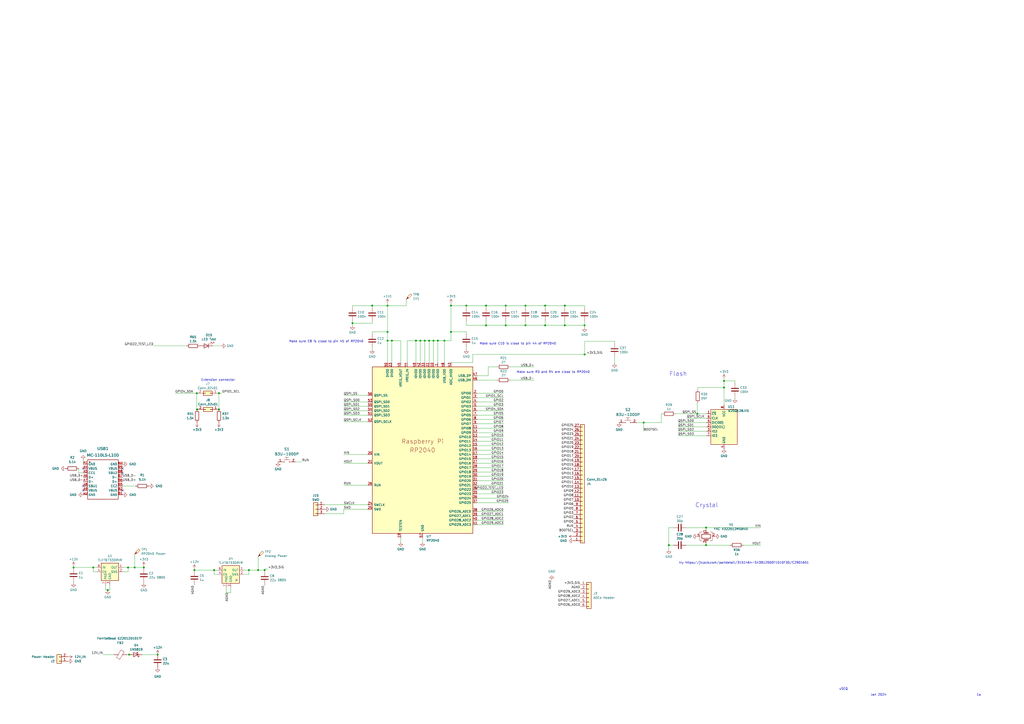
<source format=kicad_sch>
(kicad_sch (version 20231120) (generator "eeschema") (generator_version "8.0")
  (paper "A2")
  (junction (at 339.09 188.722))
  (junction (at 409.575 306.07))
  (junction (at 387.985 316.23))
  (junction (at 419.989 220.98))
  (junction (at 78.105 329.184))
  (junction (at 224.79 197.612))
  (junction (at 254 197.612))
  (junction (at 248.92 197.612))
  (junction (at 144.399 330.708))
  (junction (at 293.37 188.722))
  (junction (at 62.484 342.265))
  (junction (at 227.33 197.612))
  (junction (at 215.9 177.292))
  (junction (at 293.37 177.292))
  (junction (at 281.94 188.722))
  (junction (at 224.79 177.292))
  (junction (at 114.3 237.49))
  (junction (at 304.8 177.292))
  (junction (at 83.439 329.184))
  (junction (at 149.733 330.708))
  (junction (at 114.173 228.092))
  (junction (at 112.776 330.708))
  (junction (at 327.66 188.722))
  (junction (at 409.575 316.23))
  (junction (at 74.295 329.184))
  (junction (at 241.3 197.612))
  (junction (at 316.23 177.292))
  (junction (at 419.989 224.79))
  (junction (at 270.51 177.292))
  (junction (at 261.62 177.292))
  (junction (at 127 237.49))
  (junction (at 54.102 329.184))
  (junction (at 243.84 197.612))
  (junction (at 124.206 330.708))
  (junction (at 404.495 240.03))
  (junction (at 74.93 379.73))
  (junction (at 251.46 197.612))
  (junction (at 281.94 177.292))
  (junction (at 261.62 192.532))
  (junction (at 257.81 197.612))
  (junction (at 316.23 188.722))
  (junction (at 246.38 197.612))
  (junction (at 373.38 245.11))
  (junction (at 153.543 330.708))
  (junction (at 339.09 205.613))
  (junction (at 42.672 329.184))
  (junction (at 224.79 192.532))
  (junction (at 91.44 379.73))
  (junction (at 204.47 187.452))
  (junction (at 304.8 188.722))
  (junction (at 327.66 177.292))
  (junction (at 127 228.092))
  (no_connect (at 71.12 271.78))
  (no_connect (at 48.26 281.94))
  (no_connect (at 137.16 336.55))
  (no_connect (at 48.26 271.78))
  (no_connect (at 71.12 284.48))
  (no_connect (at 71.12 274.32))
  (no_connect (at 48.26 284.48))
  (wire (pts (xy 215.9 178.562) (xy 215.9 177.292)))
  (wire (pts (xy 204.47 178.562) (xy 204.47 177.292)))
  (wire (pts (xy 274.193 210.312) (xy 261.62 210.312)))
  (wire (pts (xy 42.672 329.184) (xy 42.672 329.819)))
  (wire (pts (xy 270.51 177.292) (xy 281.94 177.292)))
  (wire (pts (xy 42.672 337.439) (xy 42.672 338.074)))
  (wire (pts (xy 62.484 342.265) (xy 63.754 342.265)))
  (wire (pts (xy 339.09 188.722) (xy 339.09 189.992)))
  (wire (pts (xy 89.027 200.66) (xy 108.204 200.66)))
  (wire (pts (xy 61.214 339.344) (xy 61.214 342.265)))
  (wire (pts (xy 199.39 238.252) (xy 213.36 238.252)))
  (wire (pts (xy 295.91 220.472) (xy 309.88 220.472)))
  (wire (pts (xy 276.86 258.572) (xy 292.1 258.572)))
  (wire (pts (xy 232.41 210.312) (xy 232.41 197.612)))
  (wire (pts (xy 270.51 193.802) (xy 270.51 192.532)))
  (wire (pts (xy 276.86 243.332) (xy 292.1 243.332)))
  (wire (pts (xy 276.86 253.492) (xy 292.1 253.492)))
  (wire (pts (xy 276.86 230.632) (xy 292.1 230.632)))
  (wire (pts (xy 257.81 210.312) (xy 257.81 197.612)))
  (wire (pts (xy 42.672 329.184) (xy 54.102 329.184)))
  (wire (pts (xy 384.175 240.03) (xy 383.667 240.03)))
  (wire (pts (xy 276.86 276.352) (xy 292.1 276.352)))
  (wire (pts (xy 78.105 321.564) (xy 78.105 329.184)))
  (wire (pts (xy 419.989 224.79) (xy 419.989 234.95)))
  (wire (pts (xy 404.749 224.79) (xy 419.989 224.79)))
  (wire (pts (xy 213.36 281.432) (xy 199.39 281.432)))
  (wire (pts (xy 133.858 343.789) (xy 133.858 340.868)))
  (wire (pts (xy 224.79 176.022) (xy 224.79 177.292)))
  (wire (pts (xy 199.39 297.942) (xy 188.214 297.942)))
  (wire (pts (xy 215.9 177.292) (xy 224.79 177.292)))
  (wire (pts (xy 398.399 242.57) (xy 409.829 242.57)))
  (wire (pts (xy 276.86 304.292) (xy 292.1 304.292)))
  (wire (pts (xy 383.667 240.03) (xy 383.667 245.11)))
  (wire (pts (xy 248.92 197.612) (xy 251.46 197.612)))
  (wire (pts (xy 74.295 329.184) (xy 78.105 329.184)))
  (wire (pts (xy 339.09 205.613) (xy 274.193 205.613)))
  (wire (pts (xy 123.444 200.66) (xy 128.27 200.66)))
  (wire (pts (xy 241.3 210.312) (xy 241.3 197.612)))
  (wire (pts (xy 78.105 329.184) (xy 83.439 329.184)))
  (wire (pts (xy 224.79 197.612) (xy 224.79 210.312)))
  (wire (pts (xy 232.41 197.612) (xy 227.33 197.612)))
  (wire (pts (xy 270.51 186.182) (xy 270.51 188.722)))
  (wire (pts (xy 215.9 193.802) (xy 215.9 192.532)))
  (wire (pts (xy 199.39 233.172) (xy 213.36 233.172)))
  (wire (pts (xy 304.8 178.562) (xy 304.8 177.292)))
  (wire (pts (xy 48.26 274.32) (xy 45.72 274.32)))
  (wire (pts (xy 276.86 271.272) (xy 292.1 271.272)))
  (wire (pts (xy 276.86 238.252) (xy 292.1 238.252)))
  (wire (pts (xy 316.23 178.562) (xy 316.23 177.292)))
  (wire (pts (xy 276.86 245.872) (xy 292.1 245.872)))
  (wire (pts (xy 293.37 188.722) (xy 281.94 188.722)))
  (wire (pts (xy 409.575 316.23) (xy 423.545 316.23)))
  (wire (pts (xy 276.86 263.652) (xy 292.1 263.652)))
  (wire (pts (xy 54.102 331.724) (xy 54.102 329.184)))
  (wire (pts (xy 327.66 186.182) (xy 327.66 188.722)))
  (wire (pts (xy 276.86 250.952) (xy 292.1 250.952)))
  (wire (pts (xy 82.55 379.73) (xy 91.44 379.73)))
  (wire (pts (xy 112.776 330.708) (xy 124.206 330.708)))
  (wire (pts (xy 199.39 235.712) (xy 213.36 235.712)))
  (wire (pts (xy 276.86 261.112) (xy 292.1 261.112)))
  (wire (pts (xy 251.46 210.312) (xy 251.46 197.612)))
  (wire (pts (xy 141.478 330.708) (xy 144.399 330.708)))
  (wire (pts (xy 390.525 306.07) (xy 387.985 306.07)))
  (wire (pts (xy 276.86 286.512) (xy 292.1 286.512)))
  (wire (pts (xy 276.86 291.592) (xy 295.021 291.592)))
  (wire (pts (xy 419.989 219.71) (xy 419.989 220.98)))
  (wire (pts (xy 45.72 274.32) (xy 45.72 271.78)))
  (wire (pts (xy 293.37 178.562) (xy 293.37 177.292)))
  (wire (pts (xy 153.543 330.073) (xy 153.543 330.708)))
  (wire (pts (xy 426.339 222.25) (xy 426.339 220.98)))
  (wire (pts (xy 276.86 281.432) (xy 292.1 281.432)))
  (wire (pts (xy 369.316 245.11) (xy 373.38 245.11)))
  (wire (pts (xy 124.206 333.248) (xy 124.206 330.708)))
  (wire (pts (xy 112.776 330.708) (xy 112.776 331.343)))
  (wire (pts (xy 245.11 311.912) (xy 245.11 314.452)))
  (wire (pts (xy 409.575 314.96) (xy 409.575 316.23)))
  (wire (pts (xy 235.712 177.292) (xy 224.79 177.292)))
  (wire (pts (xy 42.672 328.549) (xy 42.672 329.184)))
  (wire (pts (xy 175.133 267.97) (xy 171.45 267.97)))
  (wire (pts (xy 276.86 278.892) (xy 292.1 278.892)))
  (wire (pts (xy 409.829 252.73) (xy 393.319 252.73)))
  (wire (pts (xy 127 228.092) (xy 126.873 228.092)))
  (wire (pts (xy 243.84 197.612) (xy 246.38 197.612)))
  (wire (pts (xy 261.62 192.532) (xy 261.62 197.612)))
  (wire (pts (xy 339.09 178.562) (xy 339.09 177.292)))
  (wire (pts (xy 254 197.612) (xy 257.81 197.612)))
  (wire (pts (xy 215.9 192.532) (xy 224.79 192.532)))
  (wire (pts (xy 316.23 188.722) (xy 304.8 188.722)))
  (wire (pts (xy 276.86 248.412) (xy 292.1 248.412)))
  (wire (pts (xy 73.66 379.73) (xy 74.93 379.73)))
  (wire (pts (xy 276.86 296.672) (xy 292.1 296.672)))
  (wire (pts (xy 127 228.092) (xy 127 237.49)))
  (wire (pts (xy 327.66 188.722) (xy 316.23 188.722)))
  (wire (pts (xy 409.575 306.07) (xy 441.325 306.07)))
  (wire (pts (xy 246.38 210.312) (xy 246.38 197.612)))
  (wire (pts (xy 144.399 333.248) (xy 144.399 330.708)))
  (wire (pts (xy 251.46 197.612) (xy 254 197.612)))
  (wire (pts (xy 241.3 197.612) (xy 243.84 197.612)))
  (wire (pts (xy 276.86 268.732) (xy 292.1 268.732)))
  (wire (pts (xy 276.86 301.752) (xy 292.1 301.752)))
  (wire (pts (xy 316.23 186.182) (xy 316.23 188.722)))
  (wire (pts (xy 74.295 331.724) (xy 74.295 329.184)))
  (wire (pts (xy 83.439 329.184) (xy 83.439 329.946)))
  (wire (pts (xy 128.778 228.092) (xy 127 228.092)))
  (wire (pts (xy 276.86 220.472) (xy 288.29 220.472)))
  (wire (pts (xy 83.439 337.566) (xy 83.439 338.201)))
  (wire (pts (xy 404.495 240.03) (xy 409.829 240.03)))
  (wire (pts (xy 276.86 289.052) (xy 295.148 289.052)))
  (wire (pts (xy 261.62 177.292) (xy 261.62 192.532)))
  (wire (pts (xy 224.79 192.532) (xy 224.79 197.612)))
  (wire (pts (xy 404.495 233.68) (xy 404.495 240.03)))
  (wire (pts (xy 149.733 322.834) (xy 149.733 330.708)))
  (wire (pts (xy 274.193 205.613) (xy 274.193 210.312)))
  (wire (pts (xy 215.9 187.452) (xy 215.9 186.182)))
  (wire (pts (xy 124.206 330.708) (xy 126.238 330.708)))
  (wire (pts (xy 281.94 188.722) (xy 270.51 188.722)))
  (wire (pts (xy 232.41 311.912) (xy 232.41 314.452)))
  (wire (pts (xy 431.165 316.23) (xy 441.325 316.23)))
  (wire (pts (xy 404.495 233.68) (xy 404.749 233.68)))
  (wire (pts (xy 409.829 245.11) (xy 393.319 245.11)))
  (wire (pts (xy 71.374 329.184) (xy 74.295 329.184)))
  (wire (pts (xy 276.86 299.212) (xy 292.1 299.212)))
  (wire (pts (xy 257.81 197.612) (xy 261.62 197.612)))
  (wire (pts (xy 126.238 333.248) (xy 124.206 333.248)))
  (wire (pts (xy 398.145 306.07) (xy 409.575 306.07)))
  (wire (pts (xy 213.36 244.602) (xy 199.39 244.602)))
  (wire (pts (xy 270.51 201.422) (xy 270.51 202.692)))
  (wire (pts (xy 276.86 256.032) (xy 292.1 256.032)))
  (wire (pts (xy 373.38 245.11) (xy 373.38 250.19)))
  (wire (pts (xy 304.8 186.182) (xy 304.8 188.722)))
  (wire (pts (xy 248.92 210.312) (xy 248.92 197.612)))
  (wire (pts (xy 48.26 266.7) (xy 48.26 269.24)))
  (wire (pts (xy 78.74 281.94) (xy 71.12 281.94)))
  (wire (pts (xy 276.86 273.812) (xy 292.1 273.812)))
  (wire (pts (xy 404.749 226.06) (xy 404.749 224.79)))
  (wire (pts (xy 398.145 316.23) (xy 409.575 316.23)))
  (wire (pts (xy 339.09 205.613) (xy 339.09 197.993)))
  (wire (pts (xy 199.39 263.652) (xy 213.36 263.652)))
  (wire (pts (xy 283.21 212.852) (xy 288.29 212.852)))
  (wire (pts (xy 83.439 328.549) (xy 83.439 329.184)))
  (wire (pts (xy 419.989 220.98) (xy 419.989 224.79)))
  (wire (pts (xy 112.776 338.963) (xy 112.776 339.598)))
  (wire (pts (xy 71.374 331.724) (xy 74.295 331.724)))
  (wire (pts (xy 281.94 178.562) (xy 281.94 177.292)))
  (wire (pts (xy 131.318 343.789) (xy 133.858 343.789)))
  (wire (pts (xy 281.94 186.182) (xy 281.94 188.722)))
  (wire (pts (xy 327.66 178.562) (xy 327.66 177.292)))
  (wire (pts (xy 391.795 240.03) (xy 404.495 240.03)))
  (wire (pts (xy 293.37 177.292) (xy 304.8 177.292)))
  (wire (pts (xy 276.86 283.972) (xy 292.1 283.972)))
  (wire (pts (xy 304.8 177.292) (xy 316.23 177.292)))
  (wire (pts (xy 131.318 340.868) (xy 131.318 343.789)))
  (wire (pts (xy 141.478 333.248) (xy 144.399 333.248)))
  (wire (pts (xy 199.39 295.402) (xy 199.39 297.942)))
  (wire (pts (xy 387.985 306.07) (xy 387.985 316.23)))
  (wire (pts (xy 340.233 205.613) (xy 339.09 205.613)))
  (wire (pts (xy 243.84 210.312) (xy 243.84 197.612)))
  (wire (pts (xy 153.543 339.09) (xy 153.543 339.725)))
  (wire (pts (xy 153.543 330.073) (xy 155.448 330.073)))
  (wire (pts (xy 112.776 330.073) (xy 112.776 330.708)))
  (wire (pts (xy 276.86 235.712) (xy 292.1 235.712)))
  (wire (pts (xy 373.38 245.11) (xy 383.667 245.11)))
  (wire (pts (xy 276.86 228.092) (xy 292.1 228.092)))
  (wire (pts (xy 63.754 342.265) (xy 63.754 339.344)))
  (wire (pts (xy 235.712 173.609) (xy 235.712 177.292)))
  (wire (pts (xy 261.62 192.532) (xy 270.51 192.532)))
  (wire (pts (xy 236.22 210.312) (xy 236.22 197.612)))
  (wire (pts (xy 144.399 330.708) (xy 149.733 330.708)))
  (wire (pts (xy 224.79 177.292) (xy 224.79 192.532)))
  (wire (pts (xy 339.09 197.993) (xy 356.489 197.993)))
  (wire (pts (xy 283.21 212.852) (xy 283.21 217.932)))
  (wire (pts (xy 409.829 250.19) (xy 393.319 250.19)))
  (wire (pts (xy 356.489 206.883) (xy 356.489 210.693)))
  (wire (pts (xy 316.23 177.292) (xy 327.66 177.292)))
  (wire (pts (xy 61.214 342.265) (xy 62.484 342.265)))
  (wire (pts (xy 339.09 186.182) (xy 339.09 188.722)))
  (wire (pts (xy 204.47 186.182) (xy 204.47 187.452)))
  (wire (pts (xy 426.339 220.98) (xy 419.989 220.98)))
  (wire (pts (xy 204.47 187.452) (xy 204.47 188.722)))
  (wire (pts (xy 293.37 186.182) (xy 293.37 188.722)))
  (wire (pts (xy 215.9 201.422) (xy 215.9 202.692)))
  (wire (pts (xy 227.33 210.312) (xy 227.33 197.612)))
  (wire (pts (xy 276.86 266.192) (xy 292.1 266.192)))
  (wire (pts (xy 114.173 228.092) (xy 114.173 237.49)))
  (wire (pts (xy 327.66 188.722) (xy 339.09 188.722)))
  (wire (pts (xy 204.47 177.292) (xy 215.9 177.292)))
  (wire (pts (xy 153.543 330.708) (xy 153.543 331.47)))
  (wire (pts (xy 188.214 292.862) (xy 213.36 292.862)))
  (wire (pts (xy 204.47 187.452) (xy 215.9 187.452)))
  (wire (pts (xy 213.36 229.362) (xy 199.39 229.362)))
  (wire (pts (xy 409.575 307.34) (xy 409.575 306.07)))
  (wire (pts (xy 59.69 379.73) (xy 66.04 379.73)))
  (wire (pts (xy 76.2 379.73) (xy 74.93 379.73)))
  (wire (pts (xy 426.339 229.87) (xy 426.339 231.14)))
  (wire (pts (xy 356.489 199.263) (xy 356.489 197.993)))
  (wire (pts (xy 213.36 268.732) (xy 199.39 268.732)))
  (wire (pts (xy 149.733 330.708) (xy 153.543 330.708)))
  (wire (pts (xy 227.33 197.612) (xy 224.79 197.612)))
  (wire (pts (xy 56.134 331.724) (xy 54.102 331.724)))
  (wire (pts (xy 261.62 176.022) (xy 261.62 177.292)))
  (wire (pts (xy 213.36 295.402) (xy 199.39 295.402)))
  (wire (pts (xy 387.985 316.23) (xy 387.985 318.77)))
  (wire (pts (xy 246.38 197.612) (xy 248.92 197.612)))
  (wire (pts (xy 409.829 247.65) (xy 393.319 247.65)))
  (wire (pts (xy 276.86 217.932) (xy 283.21 217.932)))
  (wire (pts (xy 236.22 197.612) (xy 241.3 197.612)))
  (wire (pts (xy 261.62 177.292) (xy 270.51 177.292)))
  (wire (pts (xy 254 197.612) (xy 254 210.312)))
  (wire (pts (xy 199.39 240.792) (xy 213.36 240.792)))
  (wire (pts (xy 276.86 240.792) (xy 292.1 240.792)))
  (wire (pts (xy 114.173 237.49) (xy 114.3 237.49)))
  (wire (pts (xy 276.86 233.172) (xy 292.1 233.172)))
  (wire (pts (xy 101.6286 228.092) (xy 114.173 228.092)))
  (wire (pts (xy 281.94 177.292) (xy 293.37 177.292)))
  (wire (pts (xy 390.525 316.23) (xy 387.985 316.23)))
  (wire (pts (xy 327.66 177.292) (xy 339.09 177.292)))
  (wire (pts (xy 54.102 329.184) (xy 56.134 329.184)))
  (wire (pts (xy 295.91 212.852) (xy 309.88 212.852)))
  (wire (pts (xy 304.8 188.722) (xy 293.37 188.722)))
  (wire (pts (xy 270.51 178.562) (xy 270.51 177.292)))
  (text "Crystal" (at 403.225 294.64 0) (effects (font (size 2.54 2.54)) (justify left bottom)))
  (text "Extension connector" (at 116.713 221.234 0) (effects (font (size 1.27 1.27)) (justify left bottom)))
  (text "Make sure R3 and R4 are close to RP2040" (at 299.72 216.662 0) (effects (font (size 1.27 1.27)) (justify left bottom)))
  (text "Flash" (at 388.239 218.44 0) (effects (font (size 2.54 2.54)) (justify left bottom)))
  (text "Make sure C10 is close to pin 44 of RP2040" (at 278.13 200.152 0) (effects (font (size 1.27 1.27)) (justify left bottom)))
  (text "Make sure C8 is close to pin 45 of RP2040" (at 167.64 198.882 0) (effects (font (size 1.27 1.27)) (justify left bottom)))
  (text "try https://jlcpcb.com/partdetail/3151464-SX3B12000F1510F30/C2901651" (at 393.954 327.279 0) (effects (font (size 1.27 1.27)) (justify left bottom)))
  (text "Jan 2024" (at 504.952 403.86 0) (effects (font (size 1.27 1.27)) (justify left bottom)))
  (text "uSEQ" (at 486.791 400.431 0) (effects (font (size 1.27 1.27)) (justify left bottom)))
  (text "1a" (at 566.547 403.86 0) (effects (font (size 1.27 1.27)) (justify left bottom)))
  (label "GPIO1_SCL" (at 292.1 230.632 180))
  (label "GPIO27_ADC1" (at 292.1 299.212 180))
  (label "BOOTSEL" (at 332.74 308.61 180))
  (label "QSPI_SCLK" (at 199.39 244.602 0))
  (label "GPIO28_ADC2" (at 292.1 301.752 180))
  (label "GPIO18" (at 332.74 262.89 180))
  (label "GPIO9" (at 292.1 250.952 180))
  (label "AGND" (at 336.55 341.63 180))
  (label "GPIO2" (at 332.74 300.99 180))
  (label "GPIO11" (at 332.74 280.67 180))
  (label "GPIO22_TEST_LED" (at 89.027 200.66 180))
  (label "GPIO11" (at 292.1 256.032 180))
  (label "GPIO12" (at 332.74 278.13 180))
  (label "GPIO21" (at 332.74 255.27 180))
  (label "GPIO21" (at 292.1 281.432 180))
  (label "+3V3_SIG" (at 340.233 205.613 0))
  (label "GPIO23" (at 292.1 286.512 180))
  (label "AGND" (at 153.543 339.725 270))
  (label "GPIO15" (at 292.1 266.192 180))
  (label "BOOTSEL" (at 373.38 250.19 0))
  (label "GPIO14" (at 292.1 263.652 180))
  (label "QSPI_SD3" (at 393.319 252.73 0))
  (label "GPIO10" (at 332.74 283.21 180))
  (label "GPIO8" (at 332.74 288.29 180))
  (label "XIN" (at 199.39 263.652 0))
  (label "12V_IN" (at 59.69 379.73 180))
  (label "QSPI_SD2" (at 199.39 238.252 0))
  (label "GPIO28_ADC2" (at 336.55 346.71 180))
  (label "GPIO5" (at 292.1 240.792 180))
  (label "GPIO25" (at 332.74 247.65 180))
  (label "GPIO26_ADC0" (at 292.1 296.672 180))
  (label "RUN" (at 199.39 281.432 0))
  (label "GPIO1_SCL" (at 128.778 228.092 0))
  (label "QSPI_SD0" (at 199.39 233.172 0))
  (label "GPIO2" (at 292.1 233.172 180))
  (label "GPIO13" (at 292.1 261.112 180))
  (label "GPIO20" (at 292.1 278.892 180))
  (label "GPIO3" (at 292.1 235.712 180))
  (label "GPIO29_ADC3" (at 292.1 304.292 180))
  (label "USB_D-" (at 48.26 279.4 180) (property "Netclass" "diif_usb" (effects (hide yes))))
  (label "GPIO0" (at 332.74 303.53 180))
  (label "GPIO22_TEST_LED" (at 292.1 283.972 180))
  (label "GPIO8" (at 292.1 248.412 180))
  (label "GPIO4_SDA" (at 292.1 238.252 180))
  (label "GPIO5" (at 332.74 295.91 180))
  (label "SWD" (at 199.39 295.402 0))
  (label "USB_D+" (at 48.26 276.86 180) (property "Netclass" "diif_usb" (effects (hide yes))))
  (label "GPIO27_ADC1" (at 336.55 349.25 180))
  (label "QSPI_SCLK" (at 398.399 242.57 0))
  (label "USB_D-" (at 71.12 276.86 0) (property "Netclass" "diif_usb" (effects (hide yes))))
  (label "GPIO17" (at 332.74 265.43 180))
  (label "GPIO26_ADC0" (at 336.55 351.79 180))
  (label "GPIO6" (at 292.1 243.332 180))
  (label "AGND" (at 112.776 339.598 270))
  (label "XIN" (at 441.325 306.07 180))
  (label "AGND" (at 132.6155 343.789 270))
  (label "GPIO18" (at 292.1 273.812 180))
  (label "GPIO24" (at 295.148 289.052 180))
  (label "GPIO16" (at 292.1 268.732 180))
  (label "USB_D+" (at 71.12 279.4 0) (property "Netclass" "diif_usb" (effects (hide yes))))
  (label "RUN" (at 175.133 267.97 0))
  (label "QSPI_SD2" (at 393.319 250.19 0))
  (label "AGND" (at 320.04 336.55 270))
  (label "GPIO15" (at 332.74 270.51 180))
  (label "GPIO12" (at 292.1 258.572 180))
  (label "QSPI_SD0" (at 393.319 245.11 0))
  (label "GPIO16" (at 332.74 267.97 180))
  (label "GPIO14" (at 332.74 273.05 180))
  (label "GPIO23" (at 332.74 252.73 180))
  (label "GPIO19" (at 292.1 276.352 180))
  (label "GPIO10" (at 292.1 253.492 180))
  (label "+3V3_SIG" (at 155.448 330.073 0))
  (label "QSPI_SD1" (at 393.319 247.65 0))
  (label "GPIO7" (at 332.74 290.83 180))
  (label "GPIO7" (at 292.1 245.872 180))
  (label "GPIO0" (at 292.1 228.092 180))
  (label "RUN" (at 332.74 306.07 180))
  (label "GPIO17" (at 292.1 271.272 180))
  (label "QSPI_SD1" (at 199.39 235.712 0))
  (label "+3V3_SIG" (at 336.55 339.09 180))
  (label "GPIO3" (at 332.74 298.45 180))
  (label "USB_D+" (at 309.88 212.852 180))
  (label "GPIO6" (at 332.74 293.37 180))
  (label "QSPI_SS" (at 199.39 229.362 0))
  (label "GPIO29_ADC3" (at 336.55 344.17 180))
  (label "SWCLK" (at 199.39 292.862 0))
  (label "GPIO25" (at 295.021 291.592 180))
  (label "GPIO13" (at 332.74 275.59 180))
  (label "USB_D-" (at 309.88 220.472 180))
  (label "XOUT" (at 199.39 268.732 0))
  (label "XOUT" (at 441.325 316.23 180))
  (label "GPIO4_SDA" (at 101.6286 228.092 0))
  (label "GPIO19" (at 332.74 260.35 180))
  (label "GPIO24" (at 332.74 250.19 180))
  (label "GPIO20" (at 332.74 257.81 180))
  (label "QSPI_SS" (at 395.859 240.03 0))
  (label "QSPI_SD3" (at 199.39 240.792 0))
  (label "GPIO9" (at 332.74 285.75 180))
  (symbol (lib_id "power:GND") (at 188.214 295.402 90) (unit 1)
    (property "Reference" "#PWR0101" (effects (hide yes)))
    (property "Value" "GND" (at 191.389 295.402 90) (effects (justify right)))
  )
  (symbol (lib_id "Connector_Generic:Conn_01x03") (at 183.134 295.402 0) (mirror y) (unit 1)
    (property "Reference" "J15" (at 183.134 287.4477 0))
    (property "Value" "SWD" (at 183.134 289.8719 0))
    (property "Footprint" "Connector_PinHeader_2.54mm:PinHeader_1x03_P2.54mm_Vertical" (effects (hide yes)))
  )
  (symbol (lib_id "Connector:TestPoint_Probe") (at 235.712 173.609 0) (unit 1)
    (property "Reference" "TP8" (at 239.522 170.8094 0) (effects (justify left)))
    (property "Value" "1V1" (at 239.522 173.2336 0) (effects (justify left)))
    (property "Footprint" "TestPoint:TestPoint_Pad_1.5x1.5mm" (effects (hide yes)))
  )
  (symbol (lib_id "power:GND") (at 232.41 314.452 0) (unit 1)
    (property "Reference" "#PWR042" (effects (hide yes)))
    (property "Value" "GND" (at 232.41 318.5851 0))
  )
  (symbol (lib_name "GND_1") (lib_id "power:GND") (at 39.37 383.54 90) (unit 1)
    (property "Reference" "#PWR02" (effects (hide yes)))
    (property "Value" "GND" (at 43.18 383.5401 90) (effects (justify right)))
    (property "Description" "Power symbol creates a global label with name \"GND\" , ground" (effects (hide yes)))
  )
  (symbol (lib_id "power:+3V3") (at 419.989 219.71 0) (unit 1)
    (property "Reference" "#PWR072" (effects (hide yes)))
    (property "Value" "+3V3" (at 419.989 215.5769 0))
  )
  (symbol (lib_id "Connector:TestPoint_Probe") (at 149.733 322.834 0) (unit 1)
    (property "Reference" "TP2" (at 153.543 320.0344 0) (effects (justify left)))
    (property "Value" "Analog Power" (at 153.543 322.4586 0) (effects (justify left)))
    (property "Footprint" "TestPoint:TestPoint_Pad_1.5x1.5mm" (effects (hide yes)))
  )
  (symbol (lib_id "Device:C") (at 270.51 197.612 0) (unit 1)
    (property "Reference" "C15" (at 273.431 196.3999 0) (effects (justify left)))
    (property "Value" "1u" (at 273.431 198.8241 0) (effects (justify left)))
    (property "Footprint" "Capacitor_SMD:C_0402_1005Metric" (effects (hide yes)))
  )
  (symbol (lib_name "GND_3") (lib_id "power:GND") (at 71.12 287.02 90) (unit 1)
    (property "Reference" "#PWR09" (effects (hide yes)))
    (property "Value" "GND" (at 74.93 287.0199 90) (effects (justify right)))
    (property "Description" "Power symbol creates a global label with name \"GND\" , ground" (effects (hide yes)))
  )
  (symbol (lib_id "dk_Tactile-Switches:B3U-1000P") (at 166.37 267.97 0) (unit 1)
    (property "Reference" "S1" (at 166.37 260.5458 0) (effects (font (size 1.524 1.524))))
    (property "Value" "B3U-1000P" (at 166.37 263.3786 0) (effects (font (size 1.524 1.524))))
    (property "Footprint" "digikey-footprints:Switch_Tactile_SMD_B3U-1000P" (effects (hide yes)))
    (property "Datasheet" "https://omronfs.omron.com/en_US/ecb/products/pdf/en-b3u.pdf" (effects (hide yes)))
    (property "Description" "SWITCH TACTILE SPST-NO 0.05A 12V" (effects (hide yes)))
    (property "Digi-Key_PN" "SW1020CT-ND" (effects (hide yes)))
    (property "MPN" "B3U-1000P" (effects (hide yes)))
    (property "Category" "Switches" (effects (hide yes)))
    (property "Family" "Tactile Switches" (effects (hide yes)))
    (property "DK_Datasheet_Link" "https://omronfs.omron.com/en_US/ecb/products/pdf/en-b3u.pdf" (effects (hide yes)))
    (property "DK_Detail_Page" "/product-detail/en/omron-electronics-inc-emc-div/B3U-1000P/SW1020CT-ND/1534357" (effects (hide yes)))
    (property "Manufacturer" "Omron Electronics Inc-EMC Div" (effects (hide yes)))
    (property "Status" "Active" (effects (hide yes)))
  )
  (symbol (lib_name "GND_3") (lib_id "power:GND") (at 48.26 287.02 270) (unit 1)
    (property "Reference" "#PWR010" (effects (hide yes)))
    (property "Value" "GND" (at 44.45 287.0199 90) (effects (justify right)))
    (property "Description" "Power symbol creates a global label with name \"GND\" , ground" (effects (hide yes)))
  )
  (symbol (lib_id "power:+12V") (at 112.776 330.073 0) (unit 1)
    (property "Reference" "#PWR028" (effects (hide yes)))
    (property "Value" "+12V" (at 112.776 325.9399 0))
  )
  (symbol (lib_id "Device:C") (at 204.47 182.372 0) (unit 1)
    (property "Reference" "C10" (at 207.391 181.1599 0) (effects (justify left)))
    (property "Value" "100n" (at 207.391 183.5841 0) (effects (justify left)))
    (property "Footprint" "Capacitor_SMD:C_0402_1005Metric" (effects (hide yes)))
  )
  (symbol (lib_id "power:GND") (at 270.51 202.692 0) (unit 1)
    (property "Reference" "#PWR046" (effects (hide yes)))
    (property "Value" "GND" (at 270.51 206.8251 0))
  )
  (symbol (lib_id "Device:C") (at 394.335 316.23 270) (unit 1)
    (property "Reference" "C28" (at 394.335 309.9267 90))
    (property "Value" "30p" (at 394.335 312.3509 90))
    (property "Footprint" "Capacitor_SMD:C_0402_1005Metric" (effects (hide yes)))
  )
  (symbol (lib_id "Connector_Generic:Conn_01x06") (at 341.63 344.17 0) (unit 1)
    (property "Reference" "J3" (at 344.17 344.1699 0) (effects (justify left)))
    (property "Value" "ADCs Header" (at 344.17 346.7099 0) (effects (justify left)))
    (property "Footprint" "Connector_PinHeader_2.54mm:PinHeader_1x05_P2.54mm_Vertical" (effects (hide yes)))
    (property "Description" "Generic connector, single row, 01x06, script generated (kicad-library-utils/schlib/autogen/connector/)" (effects (hide yes)))
  )
  (symbol (lib_id "Device:R") (at 387.985 240.03 270) (unit 1)
    (property "Reference" "R29" (at 387.985 234.8697 90))
    (property "Value" "1k" (at 387.985 237.2939 90))
    (property "Footprint" "Resistor_SMD:R_0402_1005Metric" (effects (hide yes)))
  )
  (symbol (lib_id "Device:C") (at 394.335 306.07 270) (unit 1)
    (property "Reference" "C27" (at 394.335 299.7667 90))
    (property "Value" "30p" (at 394.335 302.1909 90))
    (property "Footprint" "Capacitor_SMD:C_0402_1005Metric" (effects (hide yes)))
  )
  (symbol (lib_id "Device:C") (at 42.672 333.629 0) (unit 1)
    (property "Reference" "C1" (at 45.593 332.4169 0) (effects (justify left)))
    (property "Value" "1u" (at 45.593 334.8411 0) (effects (justify left)))
    (property "Footprint" "Capacitor_SMD:C_0603_1608Metric_Pad1.08x0.95mm_HandSolder" (effects (hide yes)))
  )
  (symbol (lib_id "Memory_Flash:W25Q128JVS") (at 419.989 247.65 0) (unit 1)
    (property "Reference" "U11" (at 422.1831 235.8857 0) (effects (justify left)))
    (property "Value" "W25Q128JVS" (at 422.1831 238.3099 0) (effects (justify left)))
    (property "Footprint" "Package_SO:SOIC-8_5.23x5.23mm_P1.27mm" (effects (hide yes)))
    (property "Datasheet" "http://www.winbond.com/resource-files/w25q128jv_dtr%20revc%2003272018%20plus.pdf" (effects (hide yes)))
  )
  (symbol (lib_id "power:GND") (at 414.655 311.15 90) (unit 1)
    (property "Reference" "#PWR0103" (effects (hide yes)))
    (property "Value" "GND" (at 417.83 311.15 90) (effects (justify right)))
  )
  (symbol (lib_id "Device:C") (at 327.66 182.372 0) (unit 1)
    (property "Reference" "C21" (at 330.581 181.1599 0) (effects (justify left)))
    (property "Value" "100n" (at 330.581 183.5841 0) (effects (justify left)))
    (property "Footprint" "Capacitor_SMD:C_0402_1005Metric" (effects (hide yes)))
  )
  (symbol (lib_id "Regulator_Linear:TLV76733DRVx") (at 133.858 333.248 0) (unit 1)
    (property "Reference" "U4" (at 133.858 324.0237 0))
    (property "Value" "TLV76733DRVR" (at 133.858 326.4479 0))
    (property "Footprint" "Package_SON:WSON-6-1EP_2x2mm_P0.65mm_EP1x1.6mm_ThermalVias" (effects (hide yes)))
    (property "Datasheet" "www.ti.com/lit/gpn/TLV767" (effects (hide yes)))
    (property "Link" "https://jlcpcb.com/partdetail/TexasInstruments-TLV76733DRVR/C2848334" (effects (hide yes)))
  )
  (symbol (lib_id "power:GND") (at 215.9 202.692 0) (unit 1)
    (property "Reference" "#PWR039" (effects (hide yes)))
    (property "Value" "GND" (at 215.9 206.8251 0))
  )
  (symbol (lib_id "power:GND") (at 426.339 231.14 0) (unit 1)
    (property "Reference" "#PWR077" (effects (hide yes)))
    (property "Value" "GND" (at 424.4341 232.41 0) (effects (justify right)))
  )
  (symbol (lib_name "GND_3") (lib_id "power:GND") (at 38.1 271.78 270) (unit 1)
    (property "Reference" "#PWR011" (effects (hide yes)))
    (property "Value" "GND" (at 34.29 271.7799 90) (effects (justify right)))
    (property "Description" "Power symbol creates a global label with name \"GND\" , ground" (effects (hide yes)))
  )
  (symbol (lib_id "Device:C") (at 83.439 333.756 0) (mirror y) (unit 1)
    (property "Reference" "C2" (at 86.36 332.5439 0) (effects (justify right)))
    (property "Value" "22u 0805 " (at 86.36 334.9681 0) (effects (justify right)))
    (property "Footprint" "Capacitor_SMD:C_0805_2012Metric_Pad1.18x1.45mm_HandSolder" (effects (hide yes)))
  )
  (symbol (lib_id "Device:C") (at 281.94 182.372 0) (unit 1)
    (property "Reference" "C16" (at 284.861 181.1599 0) (effects (justify left)))
    (property "Value" "100n" (at 284.861 183.5841 0) (effects (justify left)))
    (property "Footprint" "Capacitor_SMD:C_0402_1005Metric" (effects (hide yes)))
  )
  (symbol (lib_id "Connector:TestPoint_Probe") (at 78.105 321.564 0) (unit 1)
    (property "Reference" "TP1" (at 81.915 318.7644 0) (effects (justify left)))
    (property "Value" "RP2040 Power" (at 81.915 321.1886 0) (effects (justify left)))
    (property "Footprint" "TestPoint:TestPoint_Pad_1.5x1.5mm" (effects (hide yes)))
  )
  (symbol (lib_id "power:GND") (at 83.439 338.201 0) (unit 1)
    (property "Reference" "#PWR020" (effects (hide yes)))
    (property "Value" "GND" (at 83.439 342.3341 0))
  )
  (symbol (lib_id "power:+3V3") (at 261.62 176.022 0) (unit 1)
    (property "Reference" "#PWR045" (effects (hide yes)))
    (property "Value" "+3V3" (at 261.62 171.8889 0))
  )
  (symbol (lib_id "power:GND") (at 356.489 210.693 0) (unit 1)
    (property "Reference" "#PWR0104" (effects (hide yes)))
    (property "Value" "GND" (at 356.489 214.8261 0))
  )
  (symbol (lib_id "emutelab:MC-110LS-L100") (at 59.69 278.13 0) (unit 1)
    (property "Reference" "USB1" (at 59.69 260.35 0) (effects (font (size 1.6891 1.6891))))
    (property "Value" "MC-110LS-L100" (at 59.69 264.16 0) (effects (font (size 1.6891 1.6891))))
    (property "Footprint" "emutelab:TYPE-C-SMD_GT-USB-7082D" (effects (hide yes)))
  )
  (symbol (lib_id "power:GND") (at 419.989 260.35 0) (unit 1)
    (property "Reference" "#PWR073" (effects (hide yes)))
    (property "Value" "GND" (at 419.989 264.4831 0))
  )
  (symbol (lib_id "Regulator_Linear:TLV76733DRVx") (at 63.754 331.724 0) (unit 1)
    (property "Reference" "U1" (at 63.754 322.4997 0))
    (property "Value" "TLV76733DRVR" (at 63.754 324.9239 0))
    (property "Footprint" "Package_SON:WSON-6-1EP_2x2mm_P0.65mm_EP1x1.6mm_ThermalVias" (effects (hide yes)))
    (property "Datasheet" "www.ti.com/lit/gpn/TLV767" (effects (hide yes)))
    (property "Link" "https://jlcpcb.com/partdetail/TexasInstruments-TLV76733DRVR/C2848334" (effects (hide yes)))
  )
  (symbol (lib_id "power:+3V3") (at 114.3 245.11 180) (unit 1)
    (property "Reference" "#PWR058" (effects (hide yes)))
    (property "Value" "+3V3" (at 114.3 249.2431 0))
  )
  (symbol (lib_id "Connector_Generic:Conn_01x27") (at 337.82 280.67 0) (mirror x) (unit 1)
    (property "Reference" "J4" (at 340.36 280.6701 0) (effects (justify left)))
    (property "Value" "Conn_01x26" (at 340.36 278.1301 0) (effects (justify left)))
    (property "Footprint" "Connector_PinHeader_2.54mm:PinHeader_1x26_P2.54mm_Vertical" (effects (hide yes)))
    (property "Description" "Generic connector, single row, 01x27, script generated (kicad-library-utils/schlib/autogen/connector/)" (effects (hide yes)))
  )
  (symbol (lib_id "dk_Tactile-Switches:B3U-1000P") (at 364.236 245.11 0) (unit 1)
    (property "Reference" "S2" (at 364.236 237.6858 0) (effects (font (size 1.524 1.524))))
    (property "Value" "B3U-1000P" (at 364.236 240.5186 0) (effects (font (size 1.524 1.524))))
    (property "Footprint" "digikey-footprints:Switch_Tactile_SMD_B3U-1000P" (effects (hide yes)))
    (property "Datasheet" "https://omronfs.omron.com/en_US/ecb/products/pdf/en-b3u.pdf" (effects (hide yes)))
    (property "Description" "SWITCH TACTILE SPST-NO 0.05A 12V" (effects (hide yes)))
    (property "Digi-Key_PN" "SW1020CT-ND" (effects (hide yes)))
    (property "MPN" "B3U-1000P" (effects (hide yes)))
    (property "Category" "Switches" (effects (hide yes)))
    (property "Family" "Tactile Switches" (effects (hide yes)))
    (property "DK_Datasheet_Link" "https://omronfs.omron.com/en_US/ecb/products/pdf/en-b3u.pdf" (effects (hide yes)))
    (property "DK_Detail_Page" "/product-detail/en/omron-electronics-inc-emc-div/B3U-1000P/SW1020CT-ND/1534357" (effects (hide yes)))
    (property "Manufacturer" "Omron Electronics Inc-EMC Div" (effects (hide yes)))
    (property "Status" "Active" (effects (hide yes)))
  )
  (symbol (lib_id "power:GND") (at 42.672 338.074 0) (unit 1)
    (property "Reference" "#PWR06" (effects (hide yes)))
    (property "Value" "GND" (at 42.672 342.2071 0))
  )
  (symbol (lib_id "Device:C") (at 316.23 182.372 0) (unit 1)
    (property "Reference" "C20" (at 319.151 181.1599 0) (effects (justify left)))
    (property "Value" "100n" (at 319.151 183.5841 0) (effects (justify left)))
    (property "Footprint" "Capacitor_SMD:C_0402_1005Metric" (effects (hide yes)))
  )
  (symbol (lib_name "GND_1") (lib_id "power:GND") (at 320.04 336.55 180) (unit 1)
    (property "Reference" "#PWR08" (effects (hide yes)))
    (property "Value" "GND" (at 320.04 331.47 0))
    (property "Description" "Power symbol creates a global label with name \"GND\" , ground" (effects (hide yes)))
  )
  (symbol (lib_id "Device:C") (at 339.09 182.372 0) (unit 1)
    (property "Reference" "C24" (at 342.011 181.1599 0) (effects (justify left)))
    (property "Value" "100n" (at 342.011 183.5841 0) (effects (justify left)))
    (property "Footprint" "Capacitor_SMD:C_0402_1005Metric" (effects (hide yes)))
  )
  (symbol (lib_id "Device:C") (at 112.776 335.153 0) (unit 1)
    (property "Reference" "C5" (at 115.697 333.9409 0) (effects (justify left)))
    (property "Value" "1u" (at 115.697 336.3651 0) (effects (justify left)))
    (property "Footprint" "Capacitor_SMD:C_0603_1608Metric_Pad1.08x0.95mm_HandSolder" (effects (hide yes)))
  )
  (symbol (lib_id "Device:R") (at 292.1 220.472 270) (unit 1)
    (property "Reference" "R22" (at 292.1 215.3117 90))
    (property "Value" "27" (at 292.1 217.7359 90))
    (property "Footprint" "Capacitor_SMD:C_0402_1005Metric" (effects (hide yes)))
  )
  (symbol (lib_id "power:+12V") (at 91.44 379.73 0) (unit 1)
    (property "Reference" "#PWR021" (effects (hide yes)))
    (property "Value" "+12V" (at 91.44 375.5969 0))
  )
  (symbol (lib_name "GND_2") (lib_id "power:GND") (at 332.74 313.69 270) (mirror x) (unit 1)
    (property "Reference" "#PWR07" (effects (hide yes)))
    (property "Value" "GND" (at 328.93 313.6901 90) (effects (justify right)))
    (property "Description" "Power symbol creates a global label with name \"GND\" , ground" (effects (hide yes)))
  )
  (symbol (lib_id "Device:LED") (at 119.634 200.66 180) (unit 1)
    (property "Reference" "D15" (at 121.2215 194.3567 0))
    (property "Value" "LED Test" (at 121.2215 196.7809 0))
    (property "Footprint" "LED_SMD:LED_0603_1608Metric" (effects (hide yes)))
  )
  (symbol (lib_id "power:+3V3") (at 83.439 328.549 0) (unit 1)
    (property "Reference" "#PWR019" (effects (hide yes)))
    (property "Value" "+3V3" (at 83.439 324.4159 0))
  )
  (symbol (lib_id "power:GND") (at 359.156 245.11 0) (unit 1)
    (property "Reference" "#PWR0108" (effects (hide yes)))
    (property "Value" "GND" (at 359.156 249.2431 0))
  )
  (symbol (lib_name "GND_3") (lib_id "power:GND") (at 71.12 269.24 90) (unit 1)
    (property "Reference" "#PWR015" (effects (hide yes)))
    (property "Value" "GND" (at 74.93 269.2399 90) (effects (justify right)))
    (property "Description" "Power symbol creates a global label with name \"GND\" , ground" (effects (hide yes)))
  )
  (symbol (lib_id "Device:C") (at 270.51 182.372 0) (unit 1)
    (property "Reference" "C14" (at 273.431 181.1599 0) (effects (justify left)))
    (property "Value" "100n" (at 273.431 183.5841 0) (effects (justify left)))
    (property "Footprint" "Capacitor_SMD:C_0402_1005Metric" (effects (hide yes)))
  )
  (symbol (lib_id "power:GND") (at 245.11 314.452 0) (unit 1)
    (property "Reference" "#PWR043" (effects (hide yes)))
    (property "Value" "GND" (at 245.11 318.5851 0))
  )
  (symbol (lib_name "GND_3") (lib_id "power:GND") (at 48.26 266.7 180) (unit 1)
    (property "Reference" "#PWR012" (effects (hide yes)))
    (property "Value" "GND" (at 48.26 261.62 0))
    (property "Description" "Power symbol creates a global label with name \"GND\" , ground" (effects (hide yes)))
  )
  (symbol (lib_id "Device:R") (at 41.91 271.78 90) (unit 1)
    (property "Reference" "R2" (at 41.91 265.43 90))
    (property "Value" "5.1k" (at 41.91 267.97 90))
    (property "Footprint" "Resistor_SMD:R_0402_1005Metric" (effects (hide yes)))
  )
  (symbol (lib_id "Device:R") (at 112.014 200.66 90) (unit 1)
    (property "Reference" "R65" (at 112.014 195.4997 90))
    (property "Value" "1.5k" (at 112.014 197.9239 90))
    (property "Footprint" "Resistor_SMD:R_0603_1608Metric" (effects (hide yes)))
  )
  (symbol (lib_id "Device:C") (at 215.9 182.372 0) (unit 1)
    (property "Reference" "C11" (at 218.821 181.1599 0) (effects (justify left)))
    (property "Value" "100n" (at 218.821 183.5841 0) (effects (justify left)))
    (property "Footprint" "Capacitor_SMD:C_0402_1005Metric" (effects (hide yes)))
  )
  (symbol (lib_id "Device:C") (at 153.543 335.28 0) (mirror y) (unit 1)
    (property "Reference" "C8" (at 156.464 334.0679 0) (effects (justify right)))
    (property "Value" "22u 0805 " (at 156.464 336.4921 0) (effects (justify right)))
    (property "Footprint" "Capacitor_SMD:C_0805_2012Metric_Pad1.18x1.45mm_HandSolder" (effects (hide yes)))
  )
  (symbol (lib_id "Connector_Generic:Conn_02x01") (at 121.793 228.092 180) (unit 1)
    (property "Reference" "J7" (at 120.523 222.6777 0))
    (property "Value" "Conn_02x01" (at 120.523 225.1019 0))
    (property "Footprint" "Connector_PinHeader_2.54mm:PinHeader_1x02_P2.54mm_Vertical" (effects (hide yes)))
  )
  (symbol (lib_id "Device:R") (at 292.1 212.852 270) (unit 1)
    (property "Reference" "R21" (at 292.1 207.6917 90))
    (property "Value" "27" (at 292.1 210.1159 90))
    (property "Footprint" "Capacitor_SMD:C_0402_1005Metric" (effects (hide yes)))
  )
  (symbol (lib_id "Device:C") (at 304.8 182.372 0) (unit 1)
    (property "Reference" "C18" (at 307.721 181.1599 0) (effects (justify left)))
    (property "Value" "100n" (at 307.721 183.5841 0) (effects (justify left)))
    (property "Footprint" "Capacitor_SMD:C_0402_1005Metric" (effects (hide yes)))
  )
  (symbol (lib_name "GND_3") (lib_id "power:GND") (at 86.36 281.94 90) (unit 1)
    (property "Reference" "#PWR016" (effects (hide yes)))
    (property "Value" "GND" (at 90.17 281.9399 90) (effects (justify right)))
    (property "Description" "Power symbol creates a global label with name \"GND\" , ground" (effects (hide yes)))
  )
  (symbol (lib_id "power:GND") (at 62.484 342.265 0) (unit 1)
    (property "Reference" "#PWR013" (effects (hide yes)))
    (property "Value" "GND" (at 62.484 346.3981 0))
  )
  (symbol (lib_id "Device:FerriteBead") (at 69.85 379.73 90) (unit 1)
    (property "Reference" "FB2" (at 69.7992 372.9441 90))
    (property "Value" "FerriteBead GZ2012D101TF" (at 69.469 370.332 90))
    (property "Footprint" "Resistor_SMD:R_0805_2012Metric" (effects (hide yes)))
  )
  (symbol (lib_id "power:GND") (at 339.09 189.992 0) (unit 1)
    (property "Reference" "#PWR051" (effects (hide yes)))
    (property "Value" "GND" (at 339.09 194.1251 0))
  )
  (symbol (lib_id "power:GND") (at 204.47 188.722 0) (unit 1)
    (property "Reference" "#PWR037" (effects (hide yes)))
    (property "Value" "GND" (at 204.47 192.8551 0))
  )
  (symbol (lib_id "Diode:1N5818") (at 78.74 379.73 180) (unit 1)
    (property "Reference" "D4" (at 79.0575 374.3157 0))
    (property "Value" "1N5819" (at 79.0575 376.7399 0))
    (property "Footprint" "Diode_SMD:D_SOD-323" (effects (hide yes)))
    (property "Datasheet" "http://www.vishay.com/docs/88525/1n5817.pdf" (effects (hide yes)))
  )
  (symbol (lib_id "Connector_Generic:Conn_01x02") (at 34.29 383.54 180) (unit 1)
    (property "Reference" "J2" (at 31.75 383.5401 0) (effects (justify left)))
    (property "Value" "Power Header" (at 31.75 381.0001 0) (effects (justify left)))
    (property "Footprint" "Connector_PinHeader_2.54mm:PinHeader_1x02_P2.54mm_Vertical" (effects (hide yes)))
    (property "Description" "Generic connector, single row, 01x02, script generated (kicad-library-utils/schlib/autogen/connector/)" (effects (hide yes)))
  )
  (symbol (lib_id "Device:R") (at 404.749 229.87 0) (unit 1)
    (property "Reference" "R30" (at 406.527 228.6579 0) (effects (justify left)))
    (property "Value" "DNF" (at 406.527 231.0821 0) (effects (justify left)))
    (property "Footprint" "Capacitor_SMD:C_0805_2012Metric" (effects (hide yes)))
  )
  (symbol (lib_name "+12V_1") (lib_id "power:+12V") (at 39.37 381 270) (unit 1)
    (property "Reference" "#PWR03" (effects (hide yes)))
    (property "Value" "12V_IN" (at 43.18 380.9999 90) (effects (justify left)))
    (property "Description" "Power symbol creates a global label with name \"+12V\"" (effects (hide yes)))
  )
  (symbol (lib_id "Device:C") (at 293.37 182.372 0) (unit 1)
    (property "Reference" "C17" (at 296.291 181.1599 0) (effects (justify left)))
    (property "Value" "100n" (at 296.291 183.5841 0) (effects (justify left)))
    (property "Footprint" "Capacitor_SMD:C_0402_1005Metric" (effects (hide yes)))
  )
  (symbol (lib_id "Device:R") (at 127 241.3 0) (unit 1)
    (property "Reference" "R37" (at 128.778 240.0879 0) (effects (justify left)))
    (property "Value" "1.5k" (at 128.778 242.5121 0) (effects (justify left)))
    (property "Footprint" "Resistor_SMD:R_0603_1608Metric" (effects (hide yes)))
  )
  (symbol (lib_id "Connector_Generic:Conn_02x01") (at 121.92 237.49 180) (unit 1)
    (property "Reference" "J8" (at 120.65 232.0757 0))
    (property "Value" "Conn_02x01" (at 120.65 234.4999 0))
    (property "Footprint" "Connector_PinHeader_2.54mm:PinHeader_1x02_P2.54mm_Vertical" (effects (hide yes)))
  )
  (symbol (lib_id "Device:R") (at 114.3 241.3 0) (unit 1)
    (property "Reference" "R31" (at 112.5221 240.0879 0) (effects (justify right)))
    (property "Value" "1.5k" (at 112.5221 242.5121 0) (effects (justify right)))
    (property "Footprint" "Resistor_SMD:R_0603_1608Metric" (effects (hide yes)))
  )
  (symbol (lib_id "power:+1V1") (at 224.79 176.022 0) (unit 1)
    (property "Reference" "#PWR040" (effects (hide yes)))
    (property "Value" "+1V1" (at 224.79 171.8889 0))
  )
  (symbol (lib_id "Device:C") (at 356.489 203.073 0) (unit 1)
    (property "Reference" "C37" (at 359.41 201.8609 0) (effects (justify left)))
    (property "Value" "100n" (at 359.41 204.2851 0) (effects (justify left)))
    (property "Footprint" "Capacitor_SMD:C_0402_1005Metric" (effects (hide yes)))
  )
  (symbol (lib_id "power:GND") (at 91.44 387.35 0) (unit 1)
    (property "Reference" "#PWR027" (effects (hide yes)))
    (property "Value" "GND" (at 91.44 392.43 0))
  )
  (symbol (lib_id "Device:R") (at 427.355 316.23 270) (unit 1)
    (property "Reference" "R36" (at 427.355 318.9661 90))
    (property "Value" "1k" (at 427.355 321.3903 90))
    (property "Footprint" "Resistor_SMD:R_0603_1608Metric" (effects (hide yes)))
  )
  (symbol (lib_id "power:GND") (at 404.495 311.15 270) (unit 1)
    (property "Reference" "#PWR0102" (effects (hide yes)))
    (property "Value" "GND" (at 401.3201 311.15 90) (effects (justify right)))
  )
  (symbol (lib_id "Device:C") (at 426.339 226.06 0) (unit 1)
    (property "Reference" "C33" (at 429.26 224.8479 0) (effects (justify left)))
    (property "Value" "100n" (at 429.26 227.2721 0) (effects (justify left)))
    (property "Footprint" "Capacitor_SMD:C_0402_1005Metric" (effects (hide yes)))
  )
  (symbol (lib_id "power:+3V3") (at 332.74 311.15 90) (unit 1)
    (property "Reference" "#PWR04" (effects (hide yes)))
    (property "Value" "+3V3" (at 328.93 311.1499 90) (effects (justify left)))
  )
  (symbol (lib_id "power:GND") (at 161.29 267.97 0) (unit 1)
    (property "Reference" "#PWR01" (effects (hide yes)))
    (property "Value" "GND" (at 161.29 272.1031 0))
  )
  (symbol (lib_id "MCU_RaspberryPi_RP2040:RP2040") (at 245.11 261.112 0) (unit 1)
    (property "Reference" "U7" (at 247.3041 311.0921 0) (effects (justify left)))
    (property "Value" "RP2040" (at 247.3041 313.5163 0) (effects (justify left)))
    (property "Footprint" "emutelab:RP2040-QFN-56" (effects (hide yes)))
  )
  (symbol (lib_id "Device:Crystal_GND24") (at 409.575 311.15 270) (unit 1)
    (property "Reference" "Y1" (at 424.1096 304.3956 90))
    (property "Value" "YXC X322512MSB4SI" (at 424.1096 306.8198 90))
    (property "Footprint" "Crystal:Crystal_SMD_3225-4Pin_3.2x2.5mm" (effects (hide yes)))
  )
  (symbol (lib_id "power:GND") (at 387.985 318.77 0) (unit 1)
    (property "Reference" "#PWR065" (effects (hide yes)))
    (property "Value" "GND" (at 387.985 322.9031 0))
  )
  (symbol (lib_id "power:+3V3") (at 127 245.11 180) (unit 1)
    (property "Reference" "#PWR074" (effects (hide yes)))
    (property "Value" "+3V3" (at 127 249.2431 0))
  )
  (symbol (lib_id "power:GND") (at 128.27 200.66 90) (unit 1)
    (property "Reference" "#PWR0105" (effects (hide yes)))
    (property "Value" "GND" (at 131.445 200.66 90) (effects (justify right)))
  )
  (symbol (lib_id "Device:C") (at 91.44 383.54 0) (unit 1)
    (property "Reference" "C3" (at 94.361 382.3279 0) (effects (justify left)))
    (property "Value" "22u" (at 94.361 384.7521 0) (effects (justify left)))
    (property "Footprint" "Capacitor_SMD:C_0805_2012Metric" (effects (hide yes)))
  )
  (symbol (lib_id "Device:R") (at 82.55 281.94 90) (unit 1)
    (property "Reference" "R1" (at 82.55 275.59 90))
    (property "Value" "5.1k" (at 82.55 278.13 90))
    (property "Footprint" "Resistor_SMD:R_0402_1005Metric" (effects (hide yes)))
  )
  (symbol (lib_id "power:+12V") (at 42.672 328.549 0) (unit 1)
    (property "Reference" "#PWR05" (effects (hide yes)))
    (property "Value" "+12V" (at 42.672 324.4159 0))
  )
  (symbol (lib_id "Device:C") (at 215.9 197.612 0) (unit 1)
    (property "Reference" "C12" (at 218.821 196.3999 0) (effects (justify left)))
    (property "Value" "1u" (at 218.821 198.8241 0) (effects (justify left)))
    (property "Footprint" "Capacitor_SMD:C_0402_1005Metric" (effects (hide yes)))
  )
)
</source>
